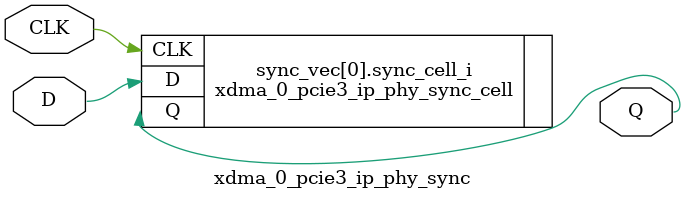
<source format=v>





`timescale 1ps / 1ps



//-------------------------------------------------------------------------------------------------
//  PHY Synchronizer Module
//-------------------------------------------------------------------------------------------------
module xdma_0_pcie3_ip_phy_sync #
(
    parameter integer WIDTH = 1, 
    parameter integer STAGE = 2
)
(
    //-------------------------------------------------------------------------- 
    //  Input Ports
    //-------------------------------------------------------------------------- 
    input                               CLK,
    input       [WIDTH-1:0]             D,
    
    //-------------------------------------------------------------------------- 
    //  Output Ports
    //-------------------------------------------------------------------------- 
    output      [WIDTH-1:0]             Q
);                                                        



//--------------------------------------------------------------------------------------------------
//  Generate Synchronizer - Begin
//--------------------------------------------------------------------------------------------------
genvar i;

generate for (i=0; i<WIDTH; i=i+1) 

    begin : sync_vec

    //----------------------------------------------------------------------
    //  Synchronizer
    //----------------------------------------------------------------------
xdma_0_pcie3_ip_phy_sync_cell #
    (
        .STAGE                            (STAGE)
    )    
    sync_cell_i
    (
        //------------------------------------------------------------------
        //  Input Ports
        //------------------------------------------------------------------
        .CLK                              (CLK),
        .D                                (D[i]),

        //------------------------------------------------------------------
        //  Output Ports
        //------------------------------------------------------------------
        .Q                                (Q[i])
    );
 
    end   
      
endgenerate 
//--------------------------------------------------------------------------------------------------
//  Generate - End
//--------------------------------------------------------------------------------------------------



endmodule





</source>
